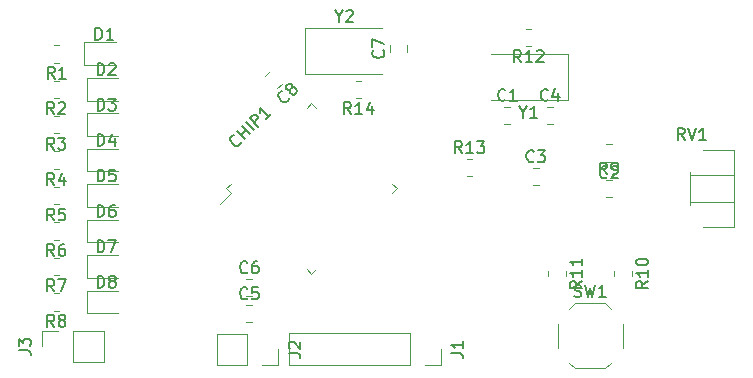
<source format=gbr>
%TF.GenerationSoftware,KiCad,Pcbnew,7.0.9*%
%TF.CreationDate,2023-11-22T23:33:49+00:00*%
%TF.ProjectId,signal_board,7369676e-616c-45f6-926f-6172642e6b69,rev?*%
%TF.SameCoordinates,Original*%
%TF.FileFunction,Legend,Top*%
%TF.FilePolarity,Positive*%
%FSLAX46Y46*%
G04 Gerber Fmt 4.6, Leading zero omitted, Abs format (unit mm)*
G04 Created by KiCad (PCBNEW 7.0.9) date 2023-11-22 23:33:49*
%MOMM*%
%LPD*%
G01*
G04 APERTURE LIST*
%ADD10C,0.150000*%
%ADD11C,0.120000*%
G04 APERTURE END LIST*
D10*
X81123809Y-54628628D02*
X81123809Y-55104819D01*
X80790476Y-54104819D02*
X81123809Y-54628628D01*
X81123809Y-54628628D02*
X81457142Y-54104819D01*
X81742857Y-54200057D02*
X81790476Y-54152438D01*
X81790476Y-54152438D02*
X81885714Y-54104819D01*
X81885714Y-54104819D02*
X82123809Y-54104819D01*
X82123809Y-54104819D02*
X82219047Y-54152438D01*
X82219047Y-54152438D02*
X82266666Y-54200057D01*
X82266666Y-54200057D02*
X82314285Y-54295295D01*
X82314285Y-54295295D02*
X82314285Y-54390533D01*
X82314285Y-54390533D02*
X82266666Y-54533390D01*
X82266666Y-54533390D02*
X81695238Y-55104819D01*
X81695238Y-55104819D02*
X82314285Y-55104819D01*
X96723809Y-62728628D02*
X96723809Y-63204819D01*
X96390476Y-62204819D02*
X96723809Y-62728628D01*
X96723809Y-62728628D02*
X97057142Y-62204819D01*
X97914285Y-63204819D02*
X97342857Y-63204819D01*
X97628571Y-63204819D02*
X97628571Y-62204819D01*
X97628571Y-62204819D02*
X97533333Y-62347676D01*
X97533333Y-62347676D02*
X97438095Y-62442914D01*
X97438095Y-62442914D02*
X97342857Y-62490533D01*
X101066667Y-78332200D02*
X101209524Y-78379819D01*
X101209524Y-78379819D02*
X101447619Y-78379819D01*
X101447619Y-78379819D02*
X101542857Y-78332200D01*
X101542857Y-78332200D02*
X101590476Y-78284580D01*
X101590476Y-78284580D02*
X101638095Y-78189342D01*
X101638095Y-78189342D02*
X101638095Y-78094104D01*
X101638095Y-78094104D02*
X101590476Y-77998866D01*
X101590476Y-77998866D02*
X101542857Y-77951247D01*
X101542857Y-77951247D02*
X101447619Y-77903628D01*
X101447619Y-77903628D02*
X101257143Y-77856009D01*
X101257143Y-77856009D02*
X101161905Y-77808390D01*
X101161905Y-77808390D02*
X101114286Y-77760771D01*
X101114286Y-77760771D02*
X101066667Y-77665533D01*
X101066667Y-77665533D02*
X101066667Y-77570295D01*
X101066667Y-77570295D02*
X101114286Y-77475057D01*
X101114286Y-77475057D02*
X101161905Y-77427438D01*
X101161905Y-77427438D02*
X101257143Y-77379819D01*
X101257143Y-77379819D02*
X101495238Y-77379819D01*
X101495238Y-77379819D02*
X101638095Y-77427438D01*
X101971429Y-77379819D02*
X102209524Y-78379819D01*
X102209524Y-78379819D02*
X102400000Y-77665533D01*
X102400000Y-77665533D02*
X102590476Y-78379819D01*
X102590476Y-78379819D02*
X102828572Y-77379819D01*
X103733333Y-78379819D02*
X103161905Y-78379819D01*
X103447619Y-78379819D02*
X103447619Y-77379819D01*
X103447619Y-77379819D02*
X103352381Y-77522676D01*
X103352381Y-77522676D02*
X103257143Y-77617914D01*
X103257143Y-77617914D02*
X103161905Y-77665533D01*
X110404761Y-65094819D02*
X110071428Y-64618628D01*
X109833333Y-65094819D02*
X109833333Y-64094819D01*
X109833333Y-64094819D02*
X110214285Y-64094819D01*
X110214285Y-64094819D02*
X110309523Y-64142438D01*
X110309523Y-64142438D02*
X110357142Y-64190057D01*
X110357142Y-64190057D02*
X110404761Y-64285295D01*
X110404761Y-64285295D02*
X110404761Y-64428152D01*
X110404761Y-64428152D02*
X110357142Y-64523390D01*
X110357142Y-64523390D02*
X110309523Y-64571009D01*
X110309523Y-64571009D02*
X110214285Y-64618628D01*
X110214285Y-64618628D02*
X109833333Y-64618628D01*
X110690476Y-64094819D02*
X111023809Y-65094819D01*
X111023809Y-65094819D02*
X111357142Y-64094819D01*
X112214285Y-65094819D02*
X111642857Y-65094819D01*
X111928571Y-65094819D02*
X111928571Y-64094819D01*
X111928571Y-64094819D02*
X111833333Y-64237676D01*
X111833333Y-64237676D02*
X111738095Y-64332914D01*
X111738095Y-64332914D02*
X111642857Y-64380533D01*
X82157142Y-62904819D02*
X81823809Y-62428628D01*
X81585714Y-62904819D02*
X81585714Y-61904819D01*
X81585714Y-61904819D02*
X81966666Y-61904819D01*
X81966666Y-61904819D02*
X82061904Y-61952438D01*
X82061904Y-61952438D02*
X82109523Y-62000057D01*
X82109523Y-62000057D02*
X82157142Y-62095295D01*
X82157142Y-62095295D02*
X82157142Y-62238152D01*
X82157142Y-62238152D02*
X82109523Y-62333390D01*
X82109523Y-62333390D02*
X82061904Y-62381009D01*
X82061904Y-62381009D02*
X81966666Y-62428628D01*
X81966666Y-62428628D02*
X81585714Y-62428628D01*
X83109523Y-62904819D02*
X82538095Y-62904819D01*
X82823809Y-62904819D02*
X82823809Y-61904819D01*
X82823809Y-61904819D02*
X82728571Y-62047676D01*
X82728571Y-62047676D02*
X82633333Y-62142914D01*
X82633333Y-62142914D02*
X82538095Y-62190533D01*
X83966666Y-62238152D02*
X83966666Y-62904819D01*
X83728571Y-61857200D02*
X83490476Y-62571485D01*
X83490476Y-62571485D02*
X84109523Y-62571485D01*
X91557142Y-66204819D02*
X91223809Y-65728628D01*
X90985714Y-66204819D02*
X90985714Y-65204819D01*
X90985714Y-65204819D02*
X91366666Y-65204819D01*
X91366666Y-65204819D02*
X91461904Y-65252438D01*
X91461904Y-65252438D02*
X91509523Y-65300057D01*
X91509523Y-65300057D02*
X91557142Y-65395295D01*
X91557142Y-65395295D02*
X91557142Y-65538152D01*
X91557142Y-65538152D02*
X91509523Y-65633390D01*
X91509523Y-65633390D02*
X91461904Y-65681009D01*
X91461904Y-65681009D02*
X91366666Y-65728628D01*
X91366666Y-65728628D02*
X90985714Y-65728628D01*
X92509523Y-66204819D02*
X91938095Y-66204819D01*
X92223809Y-66204819D02*
X92223809Y-65204819D01*
X92223809Y-65204819D02*
X92128571Y-65347676D01*
X92128571Y-65347676D02*
X92033333Y-65442914D01*
X92033333Y-65442914D02*
X91938095Y-65490533D01*
X92842857Y-65204819D02*
X93461904Y-65204819D01*
X93461904Y-65204819D02*
X93128571Y-65585771D01*
X93128571Y-65585771D02*
X93271428Y-65585771D01*
X93271428Y-65585771D02*
X93366666Y-65633390D01*
X93366666Y-65633390D02*
X93414285Y-65681009D01*
X93414285Y-65681009D02*
X93461904Y-65776247D01*
X93461904Y-65776247D02*
X93461904Y-66014342D01*
X93461904Y-66014342D02*
X93414285Y-66109580D01*
X93414285Y-66109580D02*
X93366666Y-66157200D01*
X93366666Y-66157200D02*
X93271428Y-66204819D01*
X93271428Y-66204819D02*
X92985714Y-66204819D01*
X92985714Y-66204819D02*
X92890476Y-66157200D01*
X92890476Y-66157200D02*
X92842857Y-66109580D01*
X96557142Y-58504819D02*
X96223809Y-58028628D01*
X95985714Y-58504819D02*
X95985714Y-57504819D01*
X95985714Y-57504819D02*
X96366666Y-57504819D01*
X96366666Y-57504819D02*
X96461904Y-57552438D01*
X96461904Y-57552438D02*
X96509523Y-57600057D01*
X96509523Y-57600057D02*
X96557142Y-57695295D01*
X96557142Y-57695295D02*
X96557142Y-57838152D01*
X96557142Y-57838152D02*
X96509523Y-57933390D01*
X96509523Y-57933390D02*
X96461904Y-57981009D01*
X96461904Y-57981009D02*
X96366666Y-58028628D01*
X96366666Y-58028628D02*
X95985714Y-58028628D01*
X97509523Y-58504819D02*
X96938095Y-58504819D01*
X97223809Y-58504819D02*
X97223809Y-57504819D01*
X97223809Y-57504819D02*
X97128571Y-57647676D01*
X97128571Y-57647676D02*
X97033333Y-57742914D01*
X97033333Y-57742914D02*
X96938095Y-57790533D01*
X97890476Y-57600057D02*
X97938095Y-57552438D01*
X97938095Y-57552438D02*
X98033333Y-57504819D01*
X98033333Y-57504819D02*
X98271428Y-57504819D01*
X98271428Y-57504819D02*
X98366666Y-57552438D01*
X98366666Y-57552438D02*
X98414285Y-57600057D01*
X98414285Y-57600057D02*
X98461904Y-57695295D01*
X98461904Y-57695295D02*
X98461904Y-57790533D01*
X98461904Y-57790533D02*
X98414285Y-57933390D01*
X98414285Y-57933390D02*
X97842857Y-58504819D01*
X97842857Y-58504819D02*
X98461904Y-58504819D01*
X101704819Y-77042857D02*
X101228628Y-77376190D01*
X101704819Y-77614285D02*
X100704819Y-77614285D01*
X100704819Y-77614285D02*
X100704819Y-77233333D01*
X100704819Y-77233333D02*
X100752438Y-77138095D01*
X100752438Y-77138095D02*
X100800057Y-77090476D01*
X100800057Y-77090476D02*
X100895295Y-77042857D01*
X100895295Y-77042857D02*
X101038152Y-77042857D01*
X101038152Y-77042857D02*
X101133390Y-77090476D01*
X101133390Y-77090476D02*
X101181009Y-77138095D01*
X101181009Y-77138095D02*
X101228628Y-77233333D01*
X101228628Y-77233333D02*
X101228628Y-77614285D01*
X101704819Y-76090476D02*
X101704819Y-76661904D01*
X101704819Y-76376190D02*
X100704819Y-76376190D01*
X100704819Y-76376190D02*
X100847676Y-76471428D01*
X100847676Y-76471428D02*
X100942914Y-76566666D01*
X100942914Y-76566666D02*
X100990533Y-76661904D01*
X101704819Y-75138095D02*
X101704819Y-75709523D01*
X101704819Y-75423809D02*
X100704819Y-75423809D01*
X100704819Y-75423809D02*
X100847676Y-75519047D01*
X100847676Y-75519047D02*
X100942914Y-75614285D01*
X100942914Y-75614285D02*
X100990533Y-75709523D01*
X107304819Y-77042857D02*
X106828628Y-77376190D01*
X107304819Y-77614285D02*
X106304819Y-77614285D01*
X106304819Y-77614285D02*
X106304819Y-77233333D01*
X106304819Y-77233333D02*
X106352438Y-77138095D01*
X106352438Y-77138095D02*
X106400057Y-77090476D01*
X106400057Y-77090476D02*
X106495295Y-77042857D01*
X106495295Y-77042857D02*
X106638152Y-77042857D01*
X106638152Y-77042857D02*
X106733390Y-77090476D01*
X106733390Y-77090476D02*
X106781009Y-77138095D01*
X106781009Y-77138095D02*
X106828628Y-77233333D01*
X106828628Y-77233333D02*
X106828628Y-77614285D01*
X107304819Y-76090476D02*
X107304819Y-76661904D01*
X107304819Y-76376190D02*
X106304819Y-76376190D01*
X106304819Y-76376190D02*
X106447676Y-76471428D01*
X106447676Y-76471428D02*
X106542914Y-76566666D01*
X106542914Y-76566666D02*
X106590533Y-76661904D01*
X106304819Y-75471428D02*
X106304819Y-75376190D01*
X106304819Y-75376190D02*
X106352438Y-75280952D01*
X106352438Y-75280952D02*
X106400057Y-75233333D01*
X106400057Y-75233333D02*
X106495295Y-75185714D01*
X106495295Y-75185714D02*
X106685771Y-75138095D01*
X106685771Y-75138095D02*
X106923866Y-75138095D01*
X106923866Y-75138095D02*
X107114342Y-75185714D01*
X107114342Y-75185714D02*
X107209580Y-75233333D01*
X107209580Y-75233333D02*
X107257200Y-75280952D01*
X107257200Y-75280952D02*
X107304819Y-75376190D01*
X107304819Y-75376190D02*
X107304819Y-75471428D01*
X107304819Y-75471428D02*
X107257200Y-75566666D01*
X107257200Y-75566666D02*
X107209580Y-75614285D01*
X107209580Y-75614285D02*
X107114342Y-75661904D01*
X107114342Y-75661904D02*
X106923866Y-75709523D01*
X106923866Y-75709523D02*
X106685771Y-75709523D01*
X106685771Y-75709523D02*
X106495295Y-75661904D01*
X106495295Y-75661904D02*
X106400057Y-75614285D01*
X106400057Y-75614285D02*
X106352438Y-75566666D01*
X106352438Y-75566666D02*
X106304819Y-75471428D01*
X103833333Y-68004819D02*
X103500000Y-67528628D01*
X103261905Y-68004819D02*
X103261905Y-67004819D01*
X103261905Y-67004819D02*
X103642857Y-67004819D01*
X103642857Y-67004819D02*
X103738095Y-67052438D01*
X103738095Y-67052438D02*
X103785714Y-67100057D01*
X103785714Y-67100057D02*
X103833333Y-67195295D01*
X103833333Y-67195295D02*
X103833333Y-67338152D01*
X103833333Y-67338152D02*
X103785714Y-67433390D01*
X103785714Y-67433390D02*
X103738095Y-67481009D01*
X103738095Y-67481009D02*
X103642857Y-67528628D01*
X103642857Y-67528628D02*
X103261905Y-67528628D01*
X104309524Y-68004819D02*
X104500000Y-68004819D01*
X104500000Y-68004819D02*
X104595238Y-67957200D01*
X104595238Y-67957200D02*
X104642857Y-67909580D01*
X104642857Y-67909580D02*
X104738095Y-67766723D01*
X104738095Y-67766723D02*
X104785714Y-67576247D01*
X104785714Y-67576247D02*
X104785714Y-67195295D01*
X104785714Y-67195295D02*
X104738095Y-67100057D01*
X104738095Y-67100057D02*
X104690476Y-67052438D01*
X104690476Y-67052438D02*
X104595238Y-67004819D01*
X104595238Y-67004819D02*
X104404762Y-67004819D01*
X104404762Y-67004819D02*
X104309524Y-67052438D01*
X104309524Y-67052438D02*
X104261905Y-67100057D01*
X104261905Y-67100057D02*
X104214286Y-67195295D01*
X104214286Y-67195295D02*
X104214286Y-67433390D01*
X104214286Y-67433390D02*
X104261905Y-67528628D01*
X104261905Y-67528628D02*
X104309524Y-67576247D01*
X104309524Y-67576247D02*
X104404762Y-67623866D01*
X104404762Y-67623866D02*
X104595238Y-67623866D01*
X104595238Y-67623866D02*
X104690476Y-67576247D01*
X104690476Y-67576247D02*
X104738095Y-67528628D01*
X104738095Y-67528628D02*
X104785714Y-67433390D01*
X57033333Y-80904819D02*
X56700000Y-80428628D01*
X56461905Y-80904819D02*
X56461905Y-79904819D01*
X56461905Y-79904819D02*
X56842857Y-79904819D01*
X56842857Y-79904819D02*
X56938095Y-79952438D01*
X56938095Y-79952438D02*
X56985714Y-80000057D01*
X56985714Y-80000057D02*
X57033333Y-80095295D01*
X57033333Y-80095295D02*
X57033333Y-80238152D01*
X57033333Y-80238152D02*
X56985714Y-80333390D01*
X56985714Y-80333390D02*
X56938095Y-80381009D01*
X56938095Y-80381009D02*
X56842857Y-80428628D01*
X56842857Y-80428628D02*
X56461905Y-80428628D01*
X57604762Y-80333390D02*
X57509524Y-80285771D01*
X57509524Y-80285771D02*
X57461905Y-80238152D01*
X57461905Y-80238152D02*
X57414286Y-80142914D01*
X57414286Y-80142914D02*
X57414286Y-80095295D01*
X57414286Y-80095295D02*
X57461905Y-80000057D01*
X57461905Y-80000057D02*
X57509524Y-79952438D01*
X57509524Y-79952438D02*
X57604762Y-79904819D01*
X57604762Y-79904819D02*
X57795238Y-79904819D01*
X57795238Y-79904819D02*
X57890476Y-79952438D01*
X57890476Y-79952438D02*
X57938095Y-80000057D01*
X57938095Y-80000057D02*
X57985714Y-80095295D01*
X57985714Y-80095295D02*
X57985714Y-80142914D01*
X57985714Y-80142914D02*
X57938095Y-80238152D01*
X57938095Y-80238152D02*
X57890476Y-80285771D01*
X57890476Y-80285771D02*
X57795238Y-80333390D01*
X57795238Y-80333390D02*
X57604762Y-80333390D01*
X57604762Y-80333390D02*
X57509524Y-80381009D01*
X57509524Y-80381009D02*
X57461905Y-80428628D01*
X57461905Y-80428628D02*
X57414286Y-80523866D01*
X57414286Y-80523866D02*
X57414286Y-80714342D01*
X57414286Y-80714342D02*
X57461905Y-80809580D01*
X57461905Y-80809580D02*
X57509524Y-80857200D01*
X57509524Y-80857200D02*
X57604762Y-80904819D01*
X57604762Y-80904819D02*
X57795238Y-80904819D01*
X57795238Y-80904819D02*
X57890476Y-80857200D01*
X57890476Y-80857200D02*
X57938095Y-80809580D01*
X57938095Y-80809580D02*
X57985714Y-80714342D01*
X57985714Y-80714342D02*
X57985714Y-80523866D01*
X57985714Y-80523866D02*
X57938095Y-80428628D01*
X57938095Y-80428628D02*
X57890476Y-80381009D01*
X57890476Y-80381009D02*
X57795238Y-80333390D01*
X57033333Y-77904819D02*
X56700000Y-77428628D01*
X56461905Y-77904819D02*
X56461905Y-76904819D01*
X56461905Y-76904819D02*
X56842857Y-76904819D01*
X56842857Y-76904819D02*
X56938095Y-76952438D01*
X56938095Y-76952438D02*
X56985714Y-77000057D01*
X56985714Y-77000057D02*
X57033333Y-77095295D01*
X57033333Y-77095295D02*
X57033333Y-77238152D01*
X57033333Y-77238152D02*
X56985714Y-77333390D01*
X56985714Y-77333390D02*
X56938095Y-77381009D01*
X56938095Y-77381009D02*
X56842857Y-77428628D01*
X56842857Y-77428628D02*
X56461905Y-77428628D01*
X57366667Y-76904819D02*
X58033333Y-76904819D01*
X58033333Y-76904819D02*
X57604762Y-77904819D01*
X57033333Y-74904819D02*
X56700000Y-74428628D01*
X56461905Y-74904819D02*
X56461905Y-73904819D01*
X56461905Y-73904819D02*
X56842857Y-73904819D01*
X56842857Y-73904819D02*
X56938095Y-73952438D01*
X56938095Y-73952438D02*
X56985714Y-74000057D01*
X56985714Y-74000057D02*
X57033333Y-74095295D01*
X57033333Y-74095295D02*
X57033333Y-74238152D01*
X57033333Y-74238152D02*
X56985714Y-74333390D01*
X56985714Y-74333390D02*
X56938095Y-74381009D01*
X56938095Y-74381009D02*
X56842857Y-74428628D01*
X56842857Y-74428628D02*
X56461905Y-74428628D01*
X57890476Y-73904819D02*
X57700000Y-73904819D01*
X57700000Y-73904819D02*
X57604762Y-73952438D01*
X57604762Y-73952438D02*
X57557143Y-74000057D01*
X57557143Y-74000057D02*
X57461905Y-74142914D01*
X57461905Y-74142914D02*
X57414286Y-74333390D01*
X57414286Y-74333390D02*
X57414286Y-74714342D01*
X57414286Y-74714342D02*
X57461905Y-74809580D01*
X57461905Y-74809580D02*
X57509524Y-74857200D01*
X57509524Y-74857200D02*
X57604762Y-74904819D01*
X57604762Y-74904819D02*
X57795238Y-74904819D01*
X57795238Y-74904819D02*
X57890476Y-74857200D01*
X57890476Y-74857200D02*
X57938095Y-74809580D01*
X57938095Y-74809580D02*
X57985714Y-74714342D01*
X57985714Y-74714342D02*
X57985714Y-74476247D01*
X57985714Y-74476247D02*
X57938095Y-74381009D01*
X57938095Y-74381009D02*
X57890476Y-74333390D01*
X57890476Y-74333390D02*
X57795238Y-74285771D01*
X57795238Y-74285771D02*
X57604762Y-74285771D01*
X57604762Y-74285771D02*
X57509524Y-74333390D01*
X57509524Y-74333390D02*
X57461905Y-74381009D01*
X57461905Y-74381009D02*
X57414286Y-74476247D01*
X57033333Y-71904819D02*
X56700000Y-71428628D01*
X56461905Y-71904819D02*
X56461905Y-70904819D01*
X56461905Y-70904819D02*
X56842857Y-70904819D01*
X56842857Y-70904819D02*
X56938095Y-70952438D01*
X56938095Y-70952438D02*
X56985714Y-71000057D01*
X56985714Y-71000057D02*
X57033333Y-71095295D01*
X57033333Y-71095295D02*
X57033333Y-71238152D01*
X57033333Y-71238152D02*
X56985714Y-71333390D01*
X56985714Y-71333390D02*
X56938095Y-71381009D01*
X56938095Y-71381009D02*
X56842857Y-71428628D01*
X56842857Y-71428628D02*
X56461905Y-71428628D01*
X57938095Y-70904819D02*
X57461905Y-70904819D01*
X57461905Y-70904819D02*
X57414286Y-71381009D01*
X57414286Y-71381009D02*
X57461905Y-71333390D01*
X57461905Y-71333390D02*
X57557143Y-71285771D01*
X57557143Y-71285771D02*
X57795238Y-71285771D01*
X57795238Y-71285771D02*
X57890476Y-71333390D01*
X57890476Y-71333390D02*
X57938095Y-71381009D01*
X57938095Y-71381009D02*
X57985714Y-71476247D01*
X57985714Y-71476247D02*
X57985714Y-71714342D01*
X57985714Y-71714342D02*
X57938095Y-71809580D01*
X57938095Y-71809580D02*
X57890476Y-71857200D01*
X57890476Y-71857200D02*
X57795238Y-71904819D01*
X57795238Y-71904819D02*
X57557143Y-71904819D01*
X57557143Y-71904819D02*
X57461905Y-71857200D01*
X57461905Y-71857200D02*
X57414286Y-71809580D01*
X57033333Y-68904819D02*
X56700000Y-68428628D01*
X56461905Y-68904819D02*
X56461905Y-67904819D01*
X56461905Y-67904819D02*
X56842857Y-67904819D01*
X56842857Y-67904819D02*
X56938095Y-67952438D01*
X56938095Y-67952438D02*
X56985714Y-68000057D01*
X56985714Y-68000057D02*
X57033333Y-68095295D01*
X57033333Y-68095295D02*
X57033333Y-68238152D01*
X57033333Y-68238152D02*
X56985714Y-68333390D01*
X56985714Y-68333390D02*
X56938095Y-68381009D01*
X56938095Y-68381009D02*
X56842857Y-68428628D01*
X56842857Y-68428628D02*
X56461905Y-68428628D01*
X57890476Y-68238152D02*
X57890476Y-68904819D01*
X57652381Y-67857200D02*
X57414286Y-68571485D01*
X57414286Y-68571485D02*
X58033333Y-68571485D01*
X57033333Y-65904819D02*
X56700000Y-65428628D01*
X56461905Y-65904819D02*
X56461905Y-64904819D01*
X56461905Y-64904819D02*
X56842857Y-64904819D01*
X56842857Y-64904819D02*
X56938095Y-64952438D01*
X56938095Y-64952438D02*
X56985714Y-65000057D01*
X56985714Y-65000057D02*
X57033333Y-65095295D01*
X57033333Y-65095295D02*
X57033333Y-65238152D01*
X57033333Y-65238152D02*
X56985714Y-65333390D01*
X56985714Y-65333390D02*
X56938095Y-65381009D01*
X56938095Y-65381009D02*
X56842857Y-65428628D01*
X56842857Y-65428628D02*
X56461905Y-65428628D01*
X57366667Y-64904819D02*
X57985714Y-64904819D01*
X57985714Y-64904819D02*
X57652381Y-65285771D01*
X57652381Y-65285771D02*
X57795238Y-65285771D01*
X57795238Y-65285771D02*
X57890476Y-65333390D01*
X57890476Y-65333390D02*
X57938095Y-65381009D01*
X57938095Y-65381009D02*
X57985714Y-65476247D01*
X57985714Y-65476247D02*
X57985714Y-65714342D01*
X57985714Y-65714342D02*
X57938095Y-65809580D01*
X57938095Y-65809580D02*
X57890476Y-65857200D01*
X57890476Y-65857200D02*
X57795238Y-65904819D01*
X57795238Y-65904819D02*
X57509524Y-65904819D01*
X57509524Y-65904819D02*
X57414286Y-65857200D01*
X57414286Y-65857200D02*
X57366667Y-65809580D01*
X57033333Y-62904819D02*
X56700000Y-62428628D01*
X56461905Y-62904819D02*
X56461905Y-61904819D01*
X56461905Y-61904819D02*
X56842857Y-61904819D01*
X56842857Y-61904819D02*
X56938095Y-61952438D01*
X56938095Y-61952438D02*
X56985714Y-62000057D01*
X56985714Y-62000057D02*
X57033333Y-62095295D01*
X57033333Y-62095295D02*
X57033333Y-62238152D01*
X57033333Y-62238152D02*
X56985714Y-62333390D01*
X56985714Y-62333390D02*
X56938095Y-62381009D01*
X56938095Y-62381009D02*
X56842857Y-62428628D01*
X56842857Y-62428628D02*
X56461905Y-62428628D01*
X57414286Y-62000057D02*
X57461905Y-61952438D01*
X57461905Y-61952438D02*
X57557143Y-61904819D01*
X57557143Y-61904819D02*
X57795238Y-61904819D01*
X57795238Y-61904819D02*
X57890476Y-61952438D01*
X57890476Y-61952438D02*
X57938095Y-62000057D01*
X57938095Y-62000057D02*
X57985714Y-62095295D01*
X57985714Y-62095295D02*
X57985714Y-62190533D01*
X57985714Y-62190533D02*
X57938095Y-62333390D01*
X57938095Y-62333390D02*
X57366667Y-62904819D01*
X57366667Y-62904819D02*
X57985714Y-62904819D01*
X57058333Y-59904819D02*
X56725000Y-59428628D01*
X56486905Y-59904819D02*
X56486905Y-58904819D01*
X56486905Y-58904819D02*
X56867857Y-58904819D01*
X56867857Y-58904819D02*
X56963095Y-58952438D01*
X56963095Y-58952438D02*
X57010714Y-59000057D01*
X57010714Y-59000057D02*
X57058333Y-59095295D01*
X57058333Y-59095295D02*
X57058333Y-59238152D01*
X57058333Y-59238152D02*
X57010714Y-59333390D01*
X57010714Y-59333390D02*
X56963095Y-59381009D01*
X56963095Y-59381009D02*
X56867857Y-59428628D01*
X56867857Y-59428628D02*
X56486905Y-59428628D01*
X58010714Y-59904819D02*
X57439286Y-59904819D01*
X57725000Y-59904819D02*
X57725000Y-58904819D01*
X57725000Y-58904819D02*
X57629762Y-59047676D01*
X57629762Y-59047676D02*
X57534524Y-59142914D01*
X57534524Y-59142914D02*
X57439286Y-59190533D01*
X54034819Y-82908333D02*
X54749104Y-82908333D01*
X54749104Y-82908333D02*
X54891961Y-82955952D01*
X54891961Y-82955952D02*
X54987200Y-83051190D01*
X54987200Y-83051190D02*
X55034819Y-83194047D01*
X55034819Y-83194047D02*
X55034819Y-83289285D01*
X54034819Y-82527380D02*
X54034819Y-81908333D01*
X54034819Y-81908333D02*
X54415771Y-82241666D01*
X54415771Y-82241666D02*
X54415771Y-82098809D01*
X54415771Y-82098809D02*
X54463390Y-82003571D01*
X54463390Y-82003571D02*
X54511009Y-81955952D01*
X54511009Y-81955952D02*
X54606247Y-81908333D01*
X54606247Y-81908333D02*
X54844342Y-81908333D01*
X54844342Y-81908333D02*
X54939580Y-81955952D01*
X54939580Y-81955952D02*
X54987200Y-82003571D01*
X54987200Y-82003571D02*
X55034819Y-82098809D01*
X55034819Y-82098809D02*
X55034819Y-82384523D01*
X55034819Y-82384523D02*
X54987200Y-82479761D01*
X54987200Y-82479761D02*
X54939580Y-82527380D01*
X76874819Y-83158333D02*
X77589104Y-83158333D01*
X77589104Y-83158333D02*
X77731961Y-83205952D01*
X77731961Y-83205952D02*
X77827200Y-83301190D01*
X77827200Y-83301190D02*
X77874819Y-83444047D01*
X77874819Y-83444047D02*
X77874819Y-83539285D01*
X76970057Y-82729761D02*
X76922438Y-82682142D01*
X76922438Y-82682142D02*
X76874819Y-82586904D01*
X76874819Y-82586904D02*
X76874819Y-82348809D01*
X76874819Y-82348809D02*
X76922438Y-82253571D01*
X76922438Y-82253571D02*
X76970057Y-82205952D01*
X76970057Y-82205952D02*
X77065295Y-82158333D01*
X77065295Y-82158333D02*
X77160533Y-82158333D01*
X77160533Y-82158333D02*
X77303390Y-82205952D01*
X77303390Y-82205952D02*
X77874819Y-82777380D01*
X77874819Y-82777380D02*
X77874819Y-82158333D01*
X90644819Y-83133333D02*
X91359104Y-83133333D01*
X91359104Y-83133333D02*
X91501961Y-83180952D01*
X91501961Y-83180952D02*
X91597200Y-83276190D01*
X91597200Y-83276190D02*
X91644819Y-83419047D01*
X91644819Y-83419047D02*
X91644819Y-83514285D01*
X91644819Y-82133333D02*
X91644819Y-82704761D01*
X91644819Y-82419047D02*
X90644819Y-82419047D01*
X90644819Y-82419047D02*
X90787676Y-82514285D01*
X90787676Y-82514285D02*
X90882914Y-82609523D01*
X90882914Y-82609523D02*
X90930533Y-82704761D01*
X60711905Y-77604819D02*
X60711905Y-76604819D01*
X60711905Y-76604819D02*
X60950000Y-76604819D01*
X60950000Y-76604819D02*
X61092857Y-76652438D01*
X61092857Y-76652438D02*
X61188095Y-76747676D01*
X61188095Y-76747676D02*
X61235714Y-76842914D01*
X61235714Y-76842914D02*
X61283333Y-77033390D01*
X61283333Y-77033390D02*
X61283333Y-77176247D01*
X61283333Y-77176247D02*
X61235714Y-77366723D01*
X61235714Y-77366723D02*
X61188095Y-77461961D01*
X61188095Y-77461961D02*
X61092857Y-77557200D01*
X61092857Y-77557200D02*
X60950000Y-77604819D01*
X60950000Y-77604819D02*
X60711905Y-77604819D01*
X61854762Y-77033390D02*
X61759524Y-76985771D01*
X61759524Y-76985771D02*
X61711905Y-76938152D01*
X61711905Y-76938152D02*
X61664286Y-76842914D01*
X61664286Y-76842914D02*
X61664286Y-76795295D01*
X61664286Y-76795295D02*
X61711905Y-76700057D01*
X61711905Y-76700057D02*
X61759524Y-76652438D01*
X61759524Y-76652438D02*
X61854762Y-76604819D01*
X61854762Y-76604819D02*
X62045238Y-76604819D01*
X62045238Y-76604819D02*
X62140476Y-76652438D01*
X62140476Y-76652438D02*
X62188095Y-76700057D01*
X62188095Y-76700057D02*
X62235714Y-76795295D01*
X62235714Y-76795295D02*
X62235714Y-76842914D01*
X62235714Y-76842914D02*
X62188095Y-76938152D01*
X62188095Y-76938152D02*
X62140476Y-76985771D01*
X62140476Y-76985771D02*
X62045238Y-77033390D01*
X62045238Y-77033390D02*
X61854762Y-77033390D01*
X61854762Y-77033390D02*
X61759524Y-77081009D01*
X61759524Y-77081009D02*
X61711905Y-77128628D01*
X61711905Y-77128628D02*
X61664286Y-77223866D01*
X61664286Y-77223866D02*
X61664286Y-77414342D01*
X61664286Y-77414342D02*
X61711905Y-77509580D01*
X61711905Y-77509580D02*
X61759524Y-77557200D01*
X61759524Y-77557200D02*
X61854762Y-77604819D01*
X61854762Y-77604819D02*
X62045238Y-77604819D01*
X62045238Y-77604819D02*
X62140476Y-77557200D01*
X62140476Y-77557200D02*
X62188095Y-77509580D01*
X62188095Y-77509580D02*
X62235714Y-77414342D01*
X62235714Y-77414342D02*
X62235714Y-77223866D01*
X62235714Y-77223866D02*
X62188095Y-77128628D01*
X62188095Y-77128628D02*
X62140476Y-77081009D01*
X62140476Y-77081009D02*
X62045238Y-77033390D01*
X60711905Y-74604819D02*
X60711905Y-73604819D01*
X60711905Y-73604819D02*
X60950000Y-73604819D01*
X60950000Y-73604819D02*
X61092857Y-73652438D01*
X61092857Y-73652438D02*
X61188095Y-73747676D01*
X61188095Y-73747676D02*
X61235714Y-73842914D01*
X61235714Y-73842914D02*
X61283333Y-74033390D01*
X61283333Y-74033390D02*
X61283333Y-74176247D01*
X61283333Y-74176247D02*
X61235714Y-74366723D01*
X61235714Y-74366723D02*
X61188095Y-74461961D01*
X61188095Y-74461961D02*
X61092857Y-74557200D01*
X61092857Y-74557200D02*
X60950000Y-74604819D01*
X60950000Y-74604819D02*
X60711905Y-74604819D01*
X61616667Y-73604819D02*
X62283333Y-73604819D01*
X62283333Y-73604819D02*
X61854762Y-74604819D01*
X60711905Y-71604819D02*
X60711905Y-70604819D01*
X60711905Y-70604819D02*
X60950000Y-70604819D01*
X60950000Y-70604819D02*
X61092857Y-70652438D01*
X61092857Y-70652438D02*
X61188095Y-70747676D01*
X61188095Y-70747676D02*
X61235714Y-70842914D01*
X61235714Y-70842914D02*
X61283333Y-71033390D01*
X61283333Y-71033390D02*
X61283333Y-71176247D01*
X61283333Y-71176247D02*
X61235714Y-71366723D01*
X61235714Y-71366723D02*
X61188095Y-71461961D01*
X61188095Y-71461961D02*
X61092857Y-71557200D01*
X61092857Y-71557200D02*
X60950000Y-71604819D01*
X60950000Y-71604819D02*
X60711905Y-71604819D01*
X62140476Y-70604819D02*
X61950000Y-70604819D01*
X61950000Y-70604819D02*
X61854762Y-70652438D01*
X61854762Y-70652438D02*
X61807143Y-70700057D01*
X61807143Y-70700057D02*
X61711905Y-70842914D01*
X61711905Y-70842914D02*
X61664286Y-71033390D01*
X61664286Y-71033390D02*
X61664286Y-71414342D01*
X61664286Y-71414342D02*
X61711905Y-71509580D01*
X61711905Y-71509580D02*
X61759524Y-71557200D01*
X61759524Y-71557200D02*
X61854762Y-71604819D01*
X61854762Y-71604819D02*
X62045238Y-71604819D01*
X62045238Y-71604819D02*
X62140476Y-71557200D01*
X62140476Y-71557200D02*
X62188095Y-71509580D01*
X62188095Y-71509580D02*
X62235714Y-71414342D01*
X62235714Y-71414342D02*
X62235714Y-71176247D01*
X62235714Y-71176247D02*
X62188095Y-71081009D01*
X62188095Y-71081009D02*
X62140476Y-71033390D01*
X62140476Y-71033390D02*
X62045238Y-70985771D01*
X62045238Y-70985771D02*
X61854762Y-70985771D01*
X61854762Y-70985771D02*
X61759524Y-71033390D01*
X61759524Y-71033390D02*
X61711905Y-71081009D01*
X61711905Y-71081009D02*
X61664286Y-71176247D01*
X60711905Y-68604819D02*
X60711905Y-67604819D01*
X60711905Y-67604819D02*
X60950000Y-67604819D01*
X60950000Y-67604819D02*
X61092857Y-67652438D01*
X61092857Y-67652438D02*
X61188095Y-67747676D01*
X61188095Y-67747676D02*
X61235714Y-67842914D01*
X61235714Y-67842914D02*
X61283333Y-68033390D01*
X61283333Y-68033390D02*
X61283333Y-68176247D01*
X61283333Y-68176247D02*
X61235714Y-68366723D01*
X61235714Y-68366723D02*
X61188095Y-68461961D01*
X61188095Y-68461961D02*
X61092857Y-68557200D01*
X61092857Y-68557200D02*
X60950000Y-68604819D01*
X60950000Y-68604819D02*
X60711905Y-68604819D01*
X62188095Y-67604819D02*
X61711905Y-67604819D01*
X61711905Y-67604819D02*
X61664286Y-68081009D01*
X61664286Y-68081009D02*
X61711905Y-68033390D01*
X61711905Y-68033390D02*
X61807143Y-67985771D01*
X61807143Y-67985771D02*
X62045238Y-67985771D01*
X62045238Y-67985771D02*
X62140476Y-68033390D01*
X62140476Y-68033390D02*
X62188095Y-68081009D01*
X62188095Y-68081009D02*
X62235714Y-68176247D01*
X62235714Y-68176247D02*
X62235714Y-68414342D01*
X62235714Y-68414342D02*
X62188095Y-68509580D01*
X62188095Y-68509580D02*
X62140476Y-68557200D01*
X62140476Y-68557200D02*
X62045238Y-68604819D01*
X62045238Y-68604819D02*
X61807143Y-68604819D01*
X61807143Y-68604819D02*
X61711905Y-68557200D01*
X61711905Y-68557200D02*
X61664286Y-68509580D01*
X60711905Y-65604819D02*
X60711905Y-64604819D01*
X60711905Y-64604819D02*
X60950000Y-64604819D01*
X60950000Y-64604819D02*
X61092857Y-64652438D01*
X61092857Y-64652438D02*
X61188095Y-64747676D01*
X61188095Y-64747676D02*
X61235714Y-64842914D01*
X61235714Y-64842914D02*
X61283333Y-65033390D01*
X61283333Y-65033390D02*
X61283333Y-65176247D01*
X61283333Y-65176247D02*
X61235714Y-65366723D01*
X61235714Y-65366723D02*
X61188095Y-65461961D01*
X61188095Y-65461961D02*
X61092857Y-65557200D01*
X61092857Y-65557200D02*
X60950000Y-65604819D01*
X60950000Y-65604819D02*
X60711905Y-65604819D01*
X62140476Y-64938152D02*
X62140476Y-65604819D01*
X61902381Y-64557200D02*
X61664286Y-65271485D01*
X61664286Y-65271485D02*
X62283333Y-65271485D01*
X60711905Y-62604819D02*
X60711905Y-61604819D01*
X60711905Y-61604819D02*
X60950000Y-61604819D01*
X60950000Y-61604819D02*
X61092857Y-61652438D01*
X61092857Y-61652438D02*
X61188095Y-61747676D01*
X61188095Y-61747676D02*
X61235714Y-61842914D01*
X61235714Y-61842914D02*
X61283333Y-62033390D01*
X61283333Y-62033390D02*
X61283333Y-62176247D01*
X61283333Y-62176247D02*
X61235714Y-62366723D01*
X61235714Y-62366723D02*
X61188095Y-62461961D01*
X61188095Y-62461961D02*
X61092857Y-62557200D01*
X61092857Y-62557200D02*
X60950000Y-62604819D01*
X60950000Y-62604819D02*
X60711905Y-62604819D01*
X61616667Y-61604819D02*
X62235714Y-61604819D01*
X62235714Y-61604819D02*
X61902381Y-61985771D01*
X61902381Y-61985771D02*
X62045238Y-61985771D01*
X62045238Y-61985771D02*
X62140476Y-62033390D01*
X62140476Y-62033390D02*
X62188095Y-62081009D01*
X62188095Y-62081009D02*
X62235714Y-62176247D01*
X62235714Y-62176247D02*
X62235714Y-62414342D01*
X62235714Y-62414342D02*
X62188095Y-62509580D01*
X62188095Y-62509580D02*
X62140476Y-62557200D01*
X62140476Y-62557200D02*
X62045238Y-62604819D01*
X62045238Y-62604819D02*
X61759524Y-62604819D01*
X61759524Y-62604819D02*
X61664286Y-62557200D01*
X61664286Y-62557200D02*
X61616667Y-62509580D01*
X60711905Y-59604819D02*
X60711905Y-58604819D01*
X60711905Y-58604819D02*
X60950000Y-58604819D01*
X60950000Y-58604819D02*
X61092857Y-58652438D01*
X61092857Y-58652438D02*
X61188095Y-58747676D01*
X61188095Y-58747676D02*
X61235714Y-58842914D01*
X61235714Y-58842914D02*
X61283333Y-59033390D01*
X61283333Y-59033390D02*
X61283333Y-59176247D01*
X61283333Y-59176247D02*
X61235714Y-59366723D01*
X61235714Y-59366723D02*
X61188095Y-59461961D01*
X61188095Y-59461961D02*
X61092857Y-59557200D01*
X61092857Y-59557200D02*
X60950000Y-59604819D01*
X60950000Y-59604819D02*
X60711905Y-59604819D01*
X61664286Y-58700057D02*
X61711905Y-58652438D01*
X61711905Y-58652438D02*
X61807143Y-58604819D01*
X61807143Y-58604819D02*
X62045238Y-58604819D01*
X62045238Y-58604819D02*
X62140476Y-58652438D01*
X62140476Y-58652438D02*
X62188095Y-58700057D01*
X62188095Y-58700057D02*
X62235714Y-58795295D01*
X62235714Y-58795295D02*
X62235714Y-58890533D01*
X62235714Y-58890533D02*
X62188095Y-59033390D01*
X62188095Y-59033390D02*
X61616667Y-59604819D01*
X61616667Y-59604819D02*
X62235714Y-59604819D01*
X60511905Y-56604819D02*
X60511905Y-55604819D01*
X60511905Y-55604819D02*
X60750000Y-55604819D01*
X60750000Y-55604819D02*
X60892857Y-55652438D01*
X60892857Y-55652438D02*
X60988095Y-55747676D01*
X60988095Y-55747676D02*
X61035714Y-55842914D01*
X61035714Y-55842914D02*
X61083333Y-56033390D01*
X61083333Y-56033390D02*
X61083333Y-56176247D01*
X61083333Y-56176247D02*
X61035714Y-56366723D01*
X61035714Y-56366723D02*
X60988095Y-56461961D01*
X60988095Y-56461961D02*
X60892857Y-56557200D01*
X60892857Y-56557200D02*
X60750000Y-56604819D01*
X60750000Y-56604819D02*
X60511905Y-56604819D01*
X62035714Y-56604819D02*
X61464286Y-56604819D01*
X61750000Y-56604819D02*
X61750000Y-55604819D01*
X61750000Y-55604819D02*
X61654762Y-55747676D01*
X61654762Y-55747676D02*
X61559524Y-55842914D01*
X61559524Y-55842914D02*
X61464286Y-55890533D01*
X72846874Y-65267179D02*
X72846874Y-65334523D01*
X72846874Y-65334523D02*
X72779531Y-65469210D01*
X72779531Y-65469210D02*
X72712187Y-65536553D01*
X72712187Y-65536553D02*
X72577500Y-65603897D01*
X72577500Y-65603897D02*
X72442813Y-65603897D01*
X72442813Y-65603897D02*
X72341798Y-65570225D01*
X72341798Y-65570225D02*
X72173439Y-65469210D01*
X72173439Y-65469210D02*
X72072424Y-65368194D01*
X72072424Y-65368194D02*
X71971409Y-65199836D01*
X71971409Y-65199836D02*
X71937737Y-65098820D01*
X71937737Y-65098820D02*
X71937737Y-64964133D01*
X71937737Y-64964133D02*
X72005080Y-64829446D01*
X72005080Y-64829446D02*
X72072424Y-64762103D01*
X72072424Y-64762103D02*
X72207111Y-64694759D01*
X72207111Y-64694759D02*
X72274454Y-64694759D01*
X73217264Y-65031477D02*
X72510157Y-64324370D01*
X72846874Y-64661087D02*
X73250935Y-64257026D01*
X73621325Y-64627416D02*
X72914218Y-63920309D01*
X73958042Y-64290698D02*
X73250935Y-63583591D01*
X74294759Y-63953981D02*
X73587652Y-63246874D01*
X73587652Y-63246874D02*
X73857026Y-62977500D01*
X73857026Y-62977500D02*
X73958042Y-62943829D01*
X73958042Y-62943829D02*
X74025385Y-62943829D01*
X74025385Y-62943829D02*
X74126400Y-62977500D01*
X74126400Y-62977500D02*
X74227416Y-63078516D01*
X74227416Y-63078516D02*
X74261087Y-63179531D01*
X74261087Y-63179531D02*
X74261087Y-63246874D01*
X74261087Y-63246874D02*
X74227416Y-63347890D01*
X74227416Y-63347890D02*
X73958042Y-63617264D01*
X75372255Y-62876485D02*
X74968194Y-63280546D01*
X75170225Y-63078516D02*
X74463118Y-62371409D01*
X74463118Y-62371409D02*
X74496790Y-62539768D01*
X74496790Y-62539768D02*
X74496790Y-62674455D01*
X74496790Y-62674455D02*
X74463118Y-62775470D01*
X76924350Y-61560051D02*
X76924350Y-61627395D01*
X76924350Y-61627395D02*
X76857006Y-61762082D01*
X76857006Y-61762082D02*
X76789663Y-61829425D01*
X76789663Y-61829425D02*
X76654976Y-61896769D01*
X76654976Y-61896769D02*
X76520289Y-61896769D01*
X76520289Y-61896769D02*
X76419274Y-61863097D01*
X76419274Y-61863097D02*
X76250915Y-61762082D01*
X76250915Y-61762082D02*
X76149900Y-61661067D01*
X76149900Y-61661067D02*
X76048884Y-61492708D01*
X76048884Y-61492708D02*
X76015213Y-61391693D01*
X76015213Y-61391693D02*
X76015213Y-61257006D01*
X76015213Y-61257006D02*
X76082556Y-61122319D01*
X76082556Y-61122319D02*
X76149900Y-61054975D01*
X76149900Y-61054975D02*
X76284587Y-60987632D01*
X76284587Y-60987632D02*
X76351930Y-60987632D01*
X76991693Y-60819273D02*
X76890678Y-60852945D01*
X76890678Y-60852945D02*
X76823335Y-60852945D01*
X76823335Y-60852945D02*
X76722319Y-60819273D01*
X76722319Y-60819273D02*
X76688648Y-60785601D01*
X76688648Y-60785601D02*
X76654976Y-60684586D01*
X76654976Y-60684586D02*
X76654976Y-60617242D01*
X76654976Y-60617242D02*
X76688648Y-60516227D01*
X76688648Y-60516227D02*
X76823335Y-60381540D01*
X76823335Y-60381540D02*
X76924350Y-60347868D01*
X76924350Y-60347868D02*
X76991693Y-60347868D01*
X76991693Y-60347868D02*
X77092709Y-60381540D01*
X77092709Y-60381540D02*
X77126380Y-60415212D01*
X77126380Y-60415212D02*
X77160052Y-60516227D01*
X77160052Y-60516227D02*
X77160052Y-60583571D01*
X77160052Y-60583571D02*
X77126380Y-60684586D01*
X77126380Y-60684586D02*
X76991693Y-60819273D01*
X76991693Y-60819273D02*
X76958022Y-60920288D01*
X76958022Y-60920288D02*
X76958022Y-60987632D01*
X76958022Y-60987632D02*
X76991693Y-61088647D01*
X76991693Y-61088647D02*
X77126380Y-61223334D01*
X77126380Y-61223334D02*
X77227396Y-61257006D01*
X77227396Y-61257006D02*
X77294739Y-61257006D01*
X77294739Y-61257006D02*
X77395754Y-61223334D01*
X77395754Y-61223334D02*
X77530441Y-61088647D01*
X77530441Y-61088647D02*
X77564113Y-60987632D01*
X77564113Y-60987632D02*
X77564113Y-60920288D01*
X77564113Y-60920288D02*
X77530441Y-60819273D01*
X77530441Y-60819273D02*
X77395754Y-60684586D01*
X77395754Y-60684586D02*
X77294739Y-60650914D01*
X77294739Y-60650914D02*
X77227396Y-60650914D01*
X77227396Y-60650914D02*
X77126380Y-60684586D01*
X84879580Y-57516666D02*
X84927200Y-57564285D01*
X84927200Y-57564285D02*
X84974819Y-57707142D01*
X84974819Y-57707142D02*
X84974819Y-57802380D01*
X84974819Y-57802380D02*
X84927200Y-57945237D01*
X84927200Y-57945237D02*
X84831961Y-58040475D01*
X84831961Y-58040475D02*
X84736723Y-58088094D01*
X84736723Y-58088094D02*
X84546247Y-58135713D01*
X84546247Y-58135713D02*
X84403390Y-58135713D01*
X84403390Y-58135713D02*
X84212914Y-58088094D01*
X84212914Y-58088094D02*
X84117676Y-58040475D01*
X84117676Y-58040475D02*
X84022438Y-57945237D01*
X84022438Y-57945237D02*
X83974819Y-57802380D01*
X83974819Y-57802380D02*
X83974819Y-57707142D01*
X83974819Y-57707142D02*
X84022438Y-57564285D01*
X84022438Y-57564285D02*
X84070057Y-57516666D01*
X83974819Y-57183332D02*
X83974819Y-56516666D01*
X83974819Y-56516666D02*
X84974819Y-56945237D01*
X73383333Y-76279580D02*
X73335714Y-76327200D01*
X73335714Y-76327200D02*
X73192857Y-76374819D01*
X73192857Y-76374819D02*
X73097619Y-76374819D01*
X73097619Y-76374819D02*
X72954762Y-76327200D01*
X72954762Y-76327200D02*
X72859524Y-76231961D01*
X72859524Y-76231961D02*
X72811905Y-76136723D01*
X72811905Y-76136723D02*
X72764286Y-75946247D01*
X72764286Y-75946247D02*
X72764286Y-75803390D01*
X72764286Y-75803390D02*
X72811905Y-75612914D01*
X72811905Y-75612914D02*
X72859524Y-75517676D01*
X72859524Y-75517676D02*
X72954762Y-75422438D01*
X72954762Y-75422438D02*
X73097619Y-75374819D01*
X73097619Y-75374819D02*
X73192857Y-75374819D01*
X73192857Y-75374819D02*
X73335714Y-75422438D01*
X73335714Y-75422438D02*
X73383333Y-75470057D01*
X74240476Y-75374819D02*
X74050000Y-75374819D01*
X74050000Y-75374819D02*
X73954762Y-75422438D01*
X73954762Y-75422438D02*
X73907143Y-75470057D01*
X73907143Y-75470057D02*
X73811905Y-75612914D01*
X73811905Y-75612914D02*
X73764286Y-75803390D01*
X73764286Y-75803390D02*
X73764286Y-76184342D01*
X73764286Y-76184342D02*
X73811905Y-76279580D01*
X73811905Y-76279580D02*
X73859524Y-76327200D01*
X73859524Y-76327200D02*
X73954762Y-76374819D01*
X73954762Y-76374819D02*
X74145238Y-76374819D01*
X74145238Y-76374819D02*
X74240476Y-76327200D01*
X74240476Y-76327200D02*
X74288095Y-76279580D01*
X74288095Y-76279580D02*
X74335714Y-76184342D01*
X74335714Y-76184342D02*
X74335714Y-75946247D01*
X74335714Y-75946247D02*
X74288095Y-75851009D01*
X74288095Y-75851009D02*
X74240476Y-75803390D01*
X74240476Y-75803390D02*
X74145238Y-75755771D01*
X74145238Y-75755771D02*
X73954762Y-75755771D01*
X73954762Y-75755771D02*
X73859524Y-75803390D01*
X73859524Y-75803390D02*
X73811905Y-75851009D01*
X73811905Y-75851009D02*
X73764286Y-75946247D01*
X73383333Y-78479580D02*
X73335714Y-78527200D01*
X73335714Y-78527200D02*
X73192857Y-78574819D01*
X73192857Y-78574819D02*
X73097619Y-78574819D01*
X73097619Y-78574819D02*
X72954762Y-78527200D01*
X72954762Y-78527200D02*
X72859524Y-78431961D01*
X72859524Y-78431961D02*
X72811905Y-78336723D01*
X72811905Y-78336723D02*
X72764286Y-78146247D01*
X72764286Y-78146247D02*
X72764286Y-78003390D01*
X72764286Y-78003390D02*
X72811905Y-77812914D01*
X72811905Y-77812914D02*
X72859524Y-77717676D01*
X72859524Y-77717676D02*
X72954762Y-77622438D01*
X72954762Y-77622438D02*
X73097619Y-77574819D01*
X73097619Y-77574819D02*
X73192857Y-77574819D01*
X73192857Y-77574819D02*
X73335714Y-77622438D01*
X73335714Y-77622438D02*
X73383333Y-77670057D01*
X74288095Y-77574819D02*
X73811905Y-77574819D01*
X73811905Y-77574819D02*
X73764286Y-78051009D01*
X73764286Y-78051009D02*
X73811905Y-78003390D01*
X73811905Y-78003390D02*
X73907143Y-77955771D01*
X73907143Y-77955771D02*
X74145238Y-77955771D01*
X74145238Y-77955771D02*
X74240476Y-78003390D01*
X74240476Y-78003390D02*
X74288095Y-78051009D01*
X74288095Y-78051009D02*
X74335714Y-78146247D01*
X74335714Y-78146247D02*
X74335714Y-78384342D01*
X74335714Y-78384342D02*
X74288095Y-78479580D01*
X74288095Y-78479580D02*
X74240476Y-78527200D01*
X74240476Y-78527200D02*
X74145238Y-78574819D01*
X74145238Y-78574819D02*
X73907143Y-78574819D01*
X73907143Y-78574819D02*
X73811905Y-78527200D01*
X73811905Y-78527200D02*
X73764286Y-78479580D01*
X98833333Y-61679580D02*
X98785714Y-61727200D01*
X98785714Y-61727200D02*
X98642857Y-61774819D01*
X98642857Y-61774819D02*
X98547619Y-61774819D01*
X98547619Y-61774819D02*
X98404762Y-61727200D01*
X98404762Y-61727200D02*
X98309524Y-61631961D01*
X98309524Y-61631961D02*
X98261905Y-61536723D01*
X98261905Y-61536723D02*
X98214286Y-61346247D01*
X98214286Y-61346247D02*
X98214286Y-61203390D01*
X98214286Y-61203390D02*
X98261905Y-61012914D01*
X98261905Y-61012914D02*
X98309524Y-60917676D01*
X98309524Y-60917676D02*
X98404762Y-60822438D01*
X98404762Y-60822438D02*
X98547619Y-60774819D01*
X98547619Y-60774819D02*
X98642857Y-60774819D01*
X98642857Y-60774819D02*
X98785714Y-60822438D01*
X98785714Y-60822438D02*
X98833333Y-60870057D01*
X99690476Y-61108152D02*
X99690476Y-61774819D01*
X99452381Y-60727200D02*
X99214286Y-61441485D01*
X99214286Y-61441485D02*
X99833333Y-61441485D01*
X97633333Y-66879580D02*
X97585714Y-66927200D01*
X97585714Y-66927200D02*
X97442857Y-66974819D01*
X97442857Y-66974819D02*
X97347619Y-66974819D01*
X97347619Y-66974819D02*
X97204762Y-66927200D01*
X97204762Y-66927200D02*
X97109524Y-66831961D01*
X97109524Y-66831961D02*
X97061905Y-66736723D01*
X97061905Y-66736723D02*
X97014286Y-66546247D01*
X97014286Y-66546247D02*
X97014286Y-66403390D01*
X97014286Y-66403390D02*
X97061905Y-66212914D01*
X97061905Y-66212914D02*
X97109524Y-66117676D01*
X97109524Y-66117676D02*
X97204762Y-66022438D01*
X97204762Y-66022438D02*
X97347619Y-65974819D01*
X97347619Y-65974819D02*
X97442857Y-65974819D01*
X97442857Y-65974819D02*
X97585714Y-66022438D01*
X97585714Y-66022438D02*
X97633333Y-66070057D01*
X97966667Y-65974819D02*
X98585714Y-65974819D01*
X98585714Y-65974819D02*
X98252381Y-66355771D01*
X98252381Y-66355771D02*
X98395238Y-66355771D01*
X98395238Y-66355771D02*
X98490476Y-66403390D01*
X98490476Y-66403390D02*
X98538095Y-66451009D01*
X98538095Y-66451009D02*
X98585714Y-66546247D01*
X98585714Y-66546247D02*
X98585714Y-66784342D01*
X98585714Y-66784342D02*
X98538095Y-66879580D01*
X98538095Y-66879580D02*
X98490476Y-66927200D01*
X98490476Y-66927200D02*
X98395238Y-66974819D01*
X98395238Y-66974819D02*
X98109524Y-66974819D01*
X98109524Y-66974819D02*
X98014286Y-66927200D01*
X98014286Y-66927200D02*
X97966667Y-66879580D01*
X103833333Y-68239580D02*
X103785714Y-68287200D01*
X103785714Y-68287200D02*
X103642857Y-68334819D01*
X103642857Y-68334819D02*
X103547619Y-68334819D01*
X103547619Y-68334819D02*
X103404762Y-68287200D01*
X103404762Y-68287200D02*
X103309524Y-68191961D01*
X103309524Y-68191961D02*
X103261905Y-68096723D01*
X103261905Y-68096723D02*
X103214286Y-67906247D01*
X103214286Y-67906247D02*
X103214286Y-67763390D01*
X103214286Y-67763390D02*
X103261905Y-67572914D01*
X103261905Y-67572914D02*
X103309524Y-67477676D01*
X103309524Y-67477676D02*
X103404762Y-67382438D01*
X103404762Y-67382438D02*
X103547619Y-67334819D01*
X103547619Y-67334819D02*
X103642857Y-67334819D01*
X103642857Y-67334819D02*
X103785714Y-67382438D01*
X103785714Y-67382438D02*
X103833333Y-67430057D01*
X104214286Y-67430057D02*
X104261905Y-67382438D01*
X104261905Y-67382438D02*
X104357143Y-67334819D01*
X104357143Y-67334819D02*
X104595238Y-67334819D01*
X104595238Y-67334819D02*
X104690476Y-67382438D01*
X104690476Y-67382438D02*
X104738095Y-67430057D01*
X104738095Y-67430057D02*
X104785714Y-67525295D01*
X104785714Y-67525295D02*
X104785714Y-67620533D01*
X104785714Y-67620533D02*
X104738095Y-67763390D01*
X104738095Y-67763390D02*
X104166667Y-68334819D01*
X104166667Y-68334819D02*
X104785714Y-68334819D01*
X95233333Y-61679580D02*
X95185714Y-61727200D01*
X95185714Y-61727200D02*
X95042857Y-61774819D01*
X95042857Y-61774819D02*
X94947619Y-61774819D01*
X94947619Y-61774819D02*
X94804762Y-61727200D01*
X94804762Y-61727200D02*
X94709524Y-61631961D01*
X94709524Y-61631961D02*
X94661905Y-61536723D01*
X94661905Y-61536723D02*
X94614286Y-61346247D01*
X94614286Y-61346247D02*
X94614286Y-61203390D01*
X94614286Y-61203390D02*
X94661905Y-61012914D01*
X94661905Y-61012914D02*
X94709524Y-60917676D01*
X94709524Y-60917676D02*
X94804762Y-60822438D01*
X94804762Y-60822438D02*
X94947619Y-60774819D01*
X94947619Y-60774819D02*
X95042857Y-60774819D01*
X95042857Y-60774819D02*
X95185714Y-60822438D01*
X95185714Y-60822438D02*
X95233333Y-60870057D01*
X96185714Y-61774819D02*
X95614286Y-61774819D01*
X95900000Y-61774819D02*
X95900000Y-60774819D01*
X95900000Y-60774819D02*
X95804762Y-60917676D01*
X95804762Y-60917676D02*
X95709524Y-61012914D01*
X95709524Y-61012914D02*
X95614286Y-61060533D01*
D11*
%TO.C,Y2*%
X78250000Y-55650000D02*
X78250000Y-59550000D01*
X78250000Y-59550000D02*
X84800000Y-59550000D01*
X84800000Y-55650000D02*
X78250000Y-55650000D01*
%TO.C,Y1*%
X100550000Y-61750000D02*
X100550000Y-57850000D01*
X100550000Y-57850000D02*
X94000000Y-57850000D01*
X94000000Y-61750000D02*
X100550000Y-61750000D01*
%TO.C,SW1*%
X99650000Y-80675000D02*
X99650000Y-82675000D01*
X100650000Y-79375000D02*
X101100000Y-78925000D01*
X100650000Y-83975000D02*
X101100000Y-84425000D01*
X101100000Y-78925000D02*
X103700000Y-78925000D01*
X101100000Y-84425000D02*
X103700000Y-84425000D01*
X104150000Y-79375000D02*
X103700000Y-78925000D01*
X104150000Y-83975000D02*
X103700000Y-84425000D01*
X105150000Y-80675000D02*
X105150000Y-82675000D01*
%TO.C,RV1*%
X111925000Y-72470000D02*
X114620000Y-72470000D01*
X114620000Y-68080000D02*
X114620000Y-70320000D01*
X114620000Y-65930000D02*
X114620000Y-72470000D01*
X110879000Y-67766000D02*
X110879000Y-70635000D01*
X110879000Y-68080000D02*
X114620000Y-68080000D01*
X110879000Y-70320000D02*
X114620000Y-70320000D01*
X110879000Y-68080000D02*
X110879000Y-70320000D01*
X111925000Y-65930000D02*
X114620000Y-65930000D01*
%TO.C,R14*%
X83027064Y-61535000D02*
X82572936Y-61535000D01*
X83027064Y-60065000D02*
X82572936Y-60065000D01*
%TO.C,R13*%
X91972936Y-66665000D02*
X92427064Y-66665000D01*
X91972936Y-68135000D02*
X92427064Y-68135000D01*
%TO.C,R12*%
X97427064Y-57135000D02*
X96972936Y-57135000D01*
X97427064Y-55665000D02*
X96972936Y-55665000D01*
%TO.C,R11*%
X98865000Y-76172936D02*
X98865000Y-76627064D01*
X100335000Y-76172936D02*
X100335000Y-76627064D01*
%TO.C,R10*%
X105935000Y-76172936D02*
X105935000Y-76627064D01*
X104465000Y-76172936D02*
X104465000Y-76627064D01*
%TO.C,R9*%
X103772936Y-68465000D02*
X104227064Y-68465000D01*
X103772936Y-69935000D02*
X104227064Y-69935000D01*
%TO.C,R8*%
X57427064Y-78065000D02*
X56972936Y-78065000D01*
X57427064Y-79535000D02*
X56972936Y-79535000D01*
%TO.C,R7*%
X57427064Y-76535000D02*
X56972936Y-76535000D01*
X57427064Y-75065000D02*
X56972936Y-75065000D01*
%TO.C,R6*%
X57427064Y-72065000D02*
X56972936Y-72065000D01*
X57427064Y-73535000D02*
X56972936Y-73535000D01*
%TO.C,R5*%
X57427064Y-70535000D02*
X56972936Y-70535000D01*
X57427064Y-69065000D02*
X56972936Y-69065000D01*
%TO.C,R4*%
X57427064Y-67535000D02*
X56972936Y-67535000D01*
X57427064Y-66065000D02*
X56972936Y-66065000D01*
%TO.C,R3*%
X57427064Y-64535000D02*
X56972936Y-64535000D01*
X57427064Y-63065000D02*
X56972936Y-63065000D01*
%TO.C,R2*%
X57427064Y-60065000D02*
X56972936Y-60065000D01*
X57427064Y-61535000D02*
X56972936Y-61535000D01*
%TO.C,R1*%
X57452064Y-57065000D02*
X56997936Y-57065000D01*
X57452064Y-58535000D02*
X56997936Y-58535000D01*
%TO.C,J3*%
X58620000Y-83905000D02*
X61220000Y-83905000D01*
X58620000Y-81245000D02*
X61220000Y-81245000D01*
X58620000Y-83905000D02*
X58620000Y-81245000D01*
X56020000Y-82575000D02*
X56020000Y-81245000D01*
X56020000Y-81245000D02*
X57350000Y-81245000D01*
X61220000Y-83905000D02*
X61220000Y-81245000D01*
%TO.C,J2*%
X70780000Y-81495000D02*
X70780000Y-84155000D01*
X75980000Y-84155000D02*
X74650000Y-84155000D01*
X75980000Y-82825000D02*
X75980000Y-84155000D01*
X73380000Y-81495000D02*
X73380000Y-84155000D01*
X73380000Y-84155000D02*
X70780000Y-84155000D01*
X73380000Y-81495000D02*
X70780000Y-81495000D01*
%TO.C,J1*%
X89750000Y-84130000D02*
X88420000Y-84130000D01*
X87150000Y-84130000D02*
X76930000Y-84130000D01*
X87150000Y-81470000D02*
X76930000Y-81470000D01*
X87150000Y-81470000D02*
X87150000Y-84130000D01*
X76930000Y-81470000D02*
X76930000Y-84130000D01*
X89750000Y-82800000D02*
X89750000Y-84130000D01*
%TO.C,D8*%
X59765000Y-79760000D02*
X62450000Y-79760000D01*
X59765000Y-77840000D02*
X59765000Y-79760000D01*
X62450000Y-77840000D02*
X59765000Y-77840000D01*
%TO.C,D7*%
X59765000Y-76760000D02*
X62450000Y-76760000D01*
X59765000Y-74840000D02*
X59765000Y-76760000D01*
X62450000Y-74840000D02*
X59765000Y-74840000D01*
%TO.C,D6*%
X59765000Y-73760000D02*
X62450000Y-73760000D01*
X59765000Y-71840000D02*
X59765000Y-73760000D01*
X62450000Y-71840000D02*
X59765000Y-71840000D01*
%TO.C,D5*%
X59765000Y-70760000D02*
X62450000Y-70760000D01*
X59765000Y-68840000D02*
X59765000Y-70760000D01*
X62450000Y-68840000D02*
X59765000Y-68840000D01*
%TO.C,D4*%
X59765000Y-67760000D02*
X62450000Y-67760000D01*
X59765000Y-65840000D02*
X59765000Y-67760000D01*
X62450000Y-65840000D02*
X59765000Y-65840000D01*
%TO.C,D3*%
X59765000Y-64760000D02*
X62450000Y-64760000D01*
X59765000Y-62840000D02*
X59765000Y-64760000D01*
X62450000Y-62840000D02*
X59765000Y-62840000D01*
%TO.C,D2*%
X59765000Y-61760000D02*
X62450000Y-61760000D01*
X59765000Y-59840000D02*
X59765000Y-61760000D01*
X62450000Y-59840000D02*
X59765000Y-59840000D01*
%TO.C,D1*%
X59565000Y-58760000D02*
X62250000Y-58760000D01*
X59565000Y-56840000D02*
X59565000Y-58760000D01*
X62250000Y-56840000D02*
X59565000Y-56840000D01*
%TO.C,CHIP1*%
X78800000Y-61973369D02*
X79206586Y-62379955D01*
X85620045Y-69606586D02*
X86026631Y-69200000D01*
X71979955Y-69606586D02*
X71067787Y-70518754D01*
X78800000Y-76426631D02*
X78393414Y-76020045D01*
X86026631Y-69200000D02*
X85620045Y-68793414D01*
X71979955Y-68793414D02*
X71573369Y-69200000D01*
X79206586Y-76020045D02*
X78800000Y-76426631D01*
X78393414Y-62379955D02*
X78800000Y-61973369D01*
X71573369Y-69200000D02*
X71979955Y-69606586D01*
%TO.C,C8*%
X75265010Y-59295543D02*
X74895543Y-59665010D01*
X76304457Y-60334990D02*
X75934990Y-60704457D01*
%TO.C,C7*%
X86935000Y-57611252D02*
X86935000Y-57088748D01*
X85465000Y-57611252D02*
X85465000Y-57088748D01*
%TO.C,C6*%
X73288748Y-76865000D02*
X73811252Y-76865000D01*
X73288748Y-78335000D02*
X73811252Y-78335000D01*
%TO.C,C5*%
X73288748Y-79065000D02*
X73811252Y-79065000D01*
X73288748Y-80535000D02*
X73811252Y-80535000D01*
%TO.C,C4*%
X98738748Y-63735000D02*
X99261252Y-63735000D01*
X98738748Y-62265000D02*
X99261252Y-62265000D01*
%TO.C,C3*%
X97538748Y-68935000D02*
X98061252Y-68935000D01*
X97538748Y-67465000D02*
X98061252Y-67465000D01*
%TO.C,C2*%
X104261252Y-65465000D02*
X103738748Y-65465000D01*
X104261252Y-66935000D02*
X103738748Y-66935000D01*
%TO.C,C1*%
X95138748Y-63735000D02*
X95661252Y-63735000D01*
X95138748Y-62265000D02*
X95661252Y-62265000D01*
%TD*%
M02*

</source>
